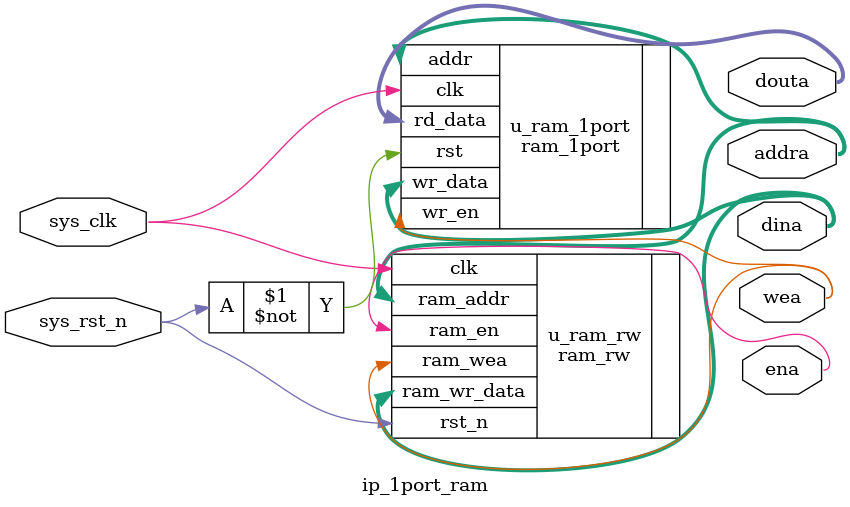
<source format=v>
module ip_1port_ram(
    input          sys_clk   ,
    input          sys_rst_n ,
    
//冗余逻辑，仅仅是为了将端口拉出去，方便观察信号
    output         ena  ,
    output         wea  ,
    output [4 : 0] addra,
    output [7 : 0] dina ,
    output [7 : 0] douta
    );

//*****************************************************
//**                    main code
//*****************************************************

ram_1port u_ram_1port (
  .wr_data    (dina      ),    // input [7:0]
  .addr       (addra     ),    // input [4:0]
  .wr_en      (wea       ),    // input
  .clk        (sys_clk   ),    // input
  .rst        (~sys_rst_n),    // input
  .rd_data    (douta     )     // output [7:0]
);

ram_rw u_ram_rw (
    .clk            (sys_clk  ),
    .rst_n          (sys_rst_n),
    .ram_en         (ena      ),
    .ram_wea        (wea      ),
    .ram_addr       (addra    ),
    .ram_wr_data    (dina     )
    );
    
endmodule

</source>
